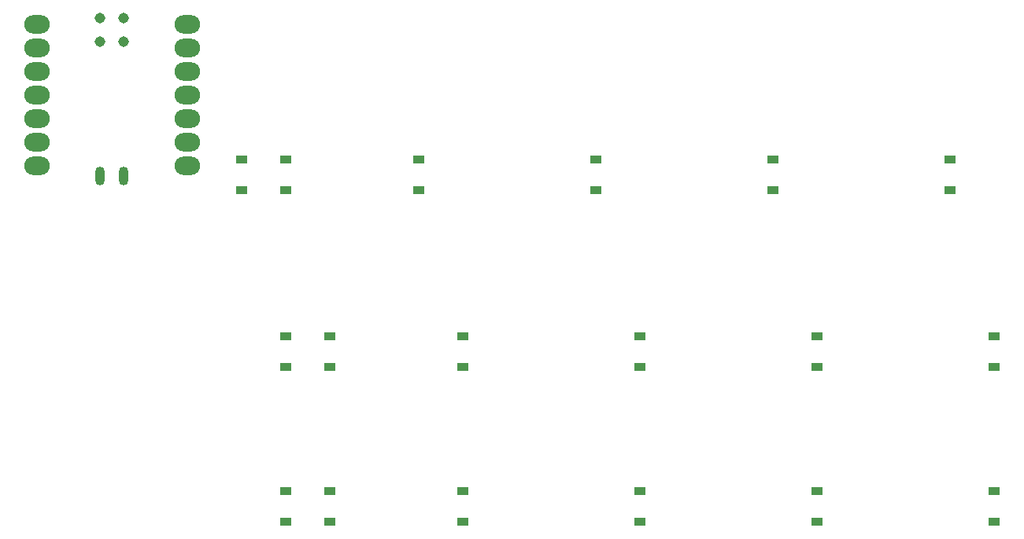
<source format=gbr>
%TF.GenerationSoftware,KiCad,Pcbnew,5.1.9*%
%TF.CreationDate,2021-04-22T00:58:07+02:00*%
%TF.ProjectId,miniqaz,6d696e69-7161-47a2-9e6b-696361645f70,rev?*%
%TF.SameCoordinates,Original*%
%TF.FileFunction,Paste,Bot*%
%TF.FilePolarity,Positive*%
%FSLAX46Y46*%
G04 Gerber Fmt 4.6, Leading zero omitted, Abs format (unit mm)*
G04 Created by KiCad (PCBNEW 5.1.9) date 2021-04-22 00:58:07*
%MOMM*%
%LPD*%
G01*
G04 APERTURE LIST*
%ADD10R,1.200000X0.900000*%
%ADD11C,1.143000*%
%ADD12O,1.016000X2.032000*%
%ADD13O,2.748280X1.998980*%
G04 APERTURE END LIST*
D10*
%TO.C,D1*%
X156762500Y-85856250D03*
X156762500Y-89156250D03*
%TD*%
D11*
%TO.C,U1*%
X141561197Y-73135813D03*
X144101197Y-73135813D03*
X141561197Y-70595813D03*
X144101197Y-70595813D03*
D12*
X141550000Y-87600000D03*
X144100000Y-87600000D03*
D13*
X150966880Y-71282180D03*
X150966880Y-73822180D03*
X150966880Y-76362180D03*
X150966880Y-78902180D03*
X150966880Y-81442180D03*
X150966880Y-83982180D03*
X150966880Y-86522180D03*
X134802320Y-86522180D03*
X134802320Y-83982180D03*
X134802320Y-81442180D03*
X134802320Y-78902180D03*
X134802320Y-76362180D03*
X134802320Y-73822180D03*
X134802320Y-71282180D03*
%TD*%
D10*
%TO.C,D18*%
X237725000Y-121575000D03*
X237725000Y-124875000D03*
%TD*%
%TO.C,D17*%
X237725000Y-104906250D03*
X237725000Y-108206250D03*
%TD*%
%TO.C,D16*%
X232962500Y-85856250D03*
X232962500Y-89156250D03*
%TD*%
%TO.C,D15*%
X218675000Y-121575000D03*
X218675000Y-124875000D03*
%TD*%
%TO.C,D14*%
X218675000Y-104906250D03*
X218675000Y-108206250D03*
%TD*%
%TO.C,D13*%
X213912500Y-85856250D03*
X213912500Y-89156250D03*
%TD*%
%TO.C,D12*%
X199625000Y-121575000D03*
X199625000Y-124875000D03*
%TD*%
%TO.C,D11*%
X199625000Y-104906250D03*
X199625000Y-108206250D03*
%TD*%
%TO.C,D10*%
X194862500Y-85856250D03*
X194862500Y-89156250D03*
%TD*%
%TO.C,D9*%
X180575000Y-121575000D03*
X180575000Y-124875000D03*
%TD*%
%TO.C,D8*%
X180575000Y-104906250D03*
X180575000Y-108206250D03*
%TD*%
%TO.C,D7*%
X175812500Y-85856250D03*
X175812500Y-89156250D03*
%TD*%
%TO.C,D6*%
X166287500Y-121575000D03*
X166287500Y-124875000D03*
%TD*%
%TO.C,D5*%
X166287500Y-104906250D03*
X166287500Y-108206250D03*
%TD*%
%TO.C,D4*%
X161525000Y-85856250D03*
X161525000Y-89156250D03*
%TD*%
%TO.C,D3*%
X161525000Y-121575000D03*
X161525000Y-124875000D03*
%TD*%
%TO.C,D2*%
X161525000Y-104906250D03*
X161525000Y-108206250D03*
%TD*%
M02*

</source>
